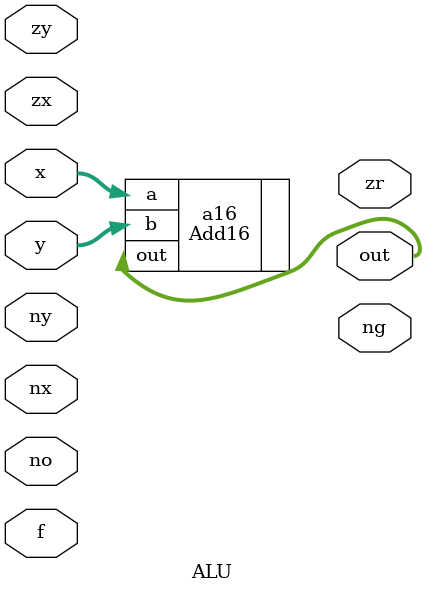
<source format=v>
`timescale 1ns / 1ps


module ALU(
    input [15:0] x,
    input [15:0] y,
    input zx, nx,
    input zy, ny,
    input f,
    input no,
    output [15:0] out,
    output zr,
    output ng
    );
    
    wire a, b, c;
    wire sum, carry;
    
    FullAdder fa(.a(a), .b(b), .c(c), .sum(sum), .carry(carry));
    Add16 a16(.a(x), .b(y), .out(out));
    
endmodule

</source>
